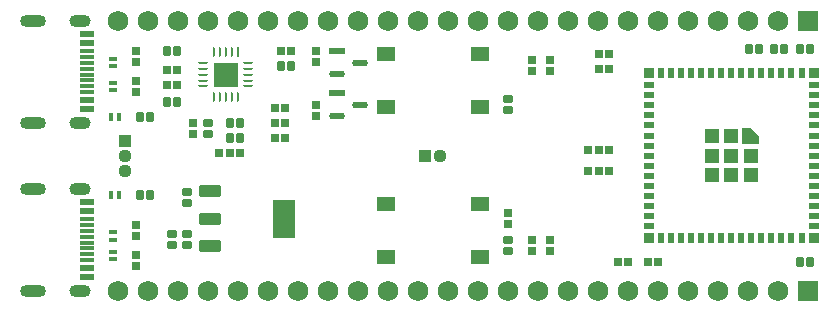
<source format=gts>
G04*
G04 #@! TF.GenerationSoftware,Altium Limited,Altium Designer,24.5.2 (23)*
G04*
G04 Layer_Color=8388736*
%FSLAX25Y25*%
%MOIN*%
G70*
G04*
G04 #@! TF.SameCoordinates,24FF50D2-DFE2-4597-A0F4-7CAA859AE4CF*
G04*
G04*
G04 #@! TF.FilePolarity,Negative*
G04*
G01*
G75*
%ADD20R,0.04528X0.01181*%
%ADD21R,0.04528X0.02362*%
%ADD23R,0.05343X0.02253*%
G04:AMPARAMS|DCode=24|XSize=53.43mil|YSize=22.53mil|CornerRadius=11.26mil|HoleSize=0mil|Usage=FLASHONLY|Rotation=0.000|XOffset=0mil|YOffset=0mil|HoleType=Round|Shape=RoundedRectangle|*
%AMROUNDEDRECTD24*
21,1,0.05343,0.00000,0,0,0.0*
21,1,0.03091,0.02253,0,0,0.0*
1,1,0.02253,0.01545,0.00000*
1,1,0.02253,-0.01545,0.00000*
1,1,0.02253,-0.01545,0.00000*
1,1,0.02253,0.01545,0.00000*
%
%ADD24ROUNDEDRECTD24*%
G04:AMPARAMS|DCode=29|XSize=9.55mil|YSize=33.06mil|CornerRadius=4.77mil|HoleSize=0mil|Usage=FLASHONLY|Rotation=270.000|XOffset=0mil|YOffset=0mil|HoleType=Round|Shape=RoundedRectangle|*
%AMROUNDEDRECTD29*
21,1,0.00955,0.02351,0,0,270.0*
21,1,0.00000,0.03306,0,0,270.0*
1,1,0.00955,-0.01176,0.00000*
1,1,0.00955,-0.01176,0.00000*
1,1,0.00955,0.01176,0.00000*
1,1,0.00955,0.01176,0.00000*
%
%ADD29ROUNDEDRECTD29*%
G04:AMPARAMS|DCode=30|XSize=33.06mil|YSize=9.55mil|CornerRadius=4.77mil|HoleSize=0mil|Usage=FLASHONLY|Rotation=270.000|XOffset=0mil|YOffset=0mil|HoleType=Round|Shape=RoundedRectangle|*
%AMROUNDEDRECTD30*
21,1,0.03306,0.00000,0,0,270.0*
21,1,0.02351,0.00955,0,0,270.0*
1,1,0.00955,0.00000,-0.01176*
1,1,0.00955,0.00000,0.01176*
1,1,0.00955,0.00000,0.01176*
1,1,0.00955,0.00000,-0.01176*
%
%ADD30ROUNDEDRECTD30*%
%ADD31R,0.00955X0.03306*%
%ADD32R,0.06102X0.05118*%
G04:AMPARAMS|DCode=37|XSize=27.62mil|YSize=30.38mil|CornerRadius=4.95mil|HoleSize=0mil|Usage=FLASHONLY|Rotation=0.000|XOffset=0mil|YOffset=0mil|HoleType=Round|Shape=RoundedRectangle|*
%AMROUNDEDRECTD37*
21,1,0.02762,0.02047,0,0,0.0*
21,1,0.01772,0.03038,0,0,0.0*
1,1,0.00991,0.00886,-0.01024*
1,1,0.00991,-0.00886,-0.01024*
1,1,0.00991,-0.00886,0.01024*
1,1,0.00991,0.00886,0.01024*
%
%ADD37ROUNDEDRECTD37*%
%ADD38R,0.02762X0.02526*%
%ADD39R,0.03156X0.02762*%
%ADD40R,0.02526X0.02762*%
G04:AMPARAMS|DCode=41|XSize=27.62mil|YSize=30.38mil|CornerRadius=4.95mil|HoleSize=0mil|Usage=FLASHONLY|Rotation=270.000|XOffset=0mil|YOffset=0mil|HoleType=Round|Shape=RoundedRectangle|*
%AMROUNDEDRECTD41*
21,1,0.02762,0.02047,0,0,270.0*
21,1,0.01772,0.03038,0,0,270.0*
1,1,0.00991,-0.01024,-0.00886*
1,1,0.00991,-0.01024,0.00886*
1,1,0.00991,0.01024,0.00886*
1,1,0.00991,0.01024,-0.00886*
%
%ADD41ROUNDEDRECTD41*%
%ADD42R,0.01778X0.02762*%
%ADD43R,0.02762X0.01778*%
G04:AMPARAMS|DCode=44|XSize=129.98mil|YSize=72.9mil|CornerRadius=4.07mil|HoleSize=0mil|Usage=FLASHONLY|Rotation=90.000|XOffset=0mil|YOffset=0mil|HoleType=Round|Shape=RoundedRectangle|*
%AMROUNDEDRECTD44*
21,1,0.12998,0.06476,0,0,90.0*
21,1,0.12185,0.07290,0,0,90.0*
1,1,0.00813,0.03238,0.06093*
1,1,0.00813,0.03238,-0.06093*
1,1,0.00813,-0.03238,-0.06093*
1,1,0.00813,-0.03238,0.06093*
%
%ADD44ROUNDEDRECTD44*%
G04:AMPARAMS|DCode=45|XSize=39.43mil|YSize=72.9mil|CornerRadius=3.95mil|HoleSize=0mil|Usage=FLASHONLY|Rotation=90.000|XOffset=0mil|YOffset=0mil|HoleType=Round|Shape=RoundedRectangle|*
%AMROUNDEDRECTD45*
21,1,0.03943,0.06500,0,0,90.0*
21,1,0.03154,0.07290,0,0,90.0*
1,1,0.00790,0.03250,0.01577*
1,1,0.00790,0.03250,-0.01577*
1,1,0.00790,-0.03250,-0.01577*
1,1,0.00790,-0.03250,0.01577*
%
%ADD45ROUNDEDRECTD45*%
%ADD46R,0.08071X0.08071*%
%ADD47R,0.05124X0.05124*%
%ADD48R,0.03550X0.01975*%
%ADD49R,0.01975X0.03550*%
%ADD50R,0.03550X0.03550*%
G04:AMPARAMS|DCode=51|XSize=39.37mil|YSize=70.87mil|CornerRadius=19.68mil|HoleSize=0mil|Usage=FLASHONLY|Rotation=270.000|XOffset=0mil|YOffset=0mil|HoleType=Round|Shape=RoundedRectangle|*
%AMROUNDEDRECTD51*
21,1,0.03937,0.03150,0,0,270.0*
21,1,0.00000,0.07087,0,0,270.0*
1,1,0.03937,-0.01575,0.00000*
1,1,0.03937,-0.01575,0.00000*
1,1,0.03937,0.01575,0.00000*
1,1,0.03937,0.01575,0.00000*
%
%ADD51ROUNDEDRECTD51*%
G04:AMPARAMS|DCode=52|XSize=39.37mil|YSize=86.61mil|CornerRadius=19.68mil|HoleSize=0mil|Usage=FLASHONLY|Rotation=270.000|XOffset=0mil|YOffset=0mil|HoleType=Round|Shape=RoundedRectangle|*
%AMROUNDEDRECTD52*
21,1,0.03937,0.04724,0,0,270.0*
21,1,0.00000,0.08661,0,0,270.0*
1,1,0.03937,-0.02362,0.00000*
1,1,0.03937,-0.02362,0.00000*
1,1,0.03937,0.02362,0.00000*
1,1,0.03937,0.02362,0.00000*
%
%ADD52ROUNDEDRECTD52*%
%ADD53R,0.06800X0.06800*%
%ADD54C,0.06800*%
%ADD55C,0.04400*%
%ADD56R,0.04400X0.04400*%
%ADD57R,0.04400X0.04400*%
G36*
X243244Y53740D02*
Y59252D01*
X246197D01*
X248756Y56693D01*
Y53740D01*
X243244D01*
D02*
G37*
D20*
X24764Y84882D02*
D03*
Y82913D02*
D03*
Y80945D02*
D03*
Y78976D02*
D03*
Y77008D02*
D03*
Y75039D02*
D03*
Y73071D02*
D03*
Y71102D02*
D03*
Y15118D02*
D03*
Y17087D02*
D03*
Y19055D02*
D03*
Y21024D02*
D03*
Y22992D02*
D03*
Y24961D02*
D03*
Y26929D02*
D03*
Y28898D02*
D03*
D21*
Y68543D02*
D03*
Y87441D02*
D03*
Y90591D02*
D03*
Y65394D02*
D03*
Y9409D02*
D03*
Y34606D02*
D03*
Y31457D02*
D03*
Y12559D02*
D03*
D23*
X108258Y84740D02*
D03*
Y70740D02*
D03*
D24*
Y77260D02*
D03*
X115742Y81000D02*
D03*
X108258Y63260D02*
D03*
X115742Y67000D02*
D03*
D29*
X78541Y80937D02*
D03*
Y78969D02*
D03*
Y77000D02*
D03*
Y75032D02*
D03*
Y73063D02*
D03*
X63459D02*
D03*
Y75032D02*
D03*
Y77000D02*
D03*
Y78969D02*
D03*
Y80937D02*
D03*
D30*
X74937Y69459D02*
D03*
X72969D02*
D03*
X71000D02*
D03*
X69032D02*
D03*
X67063D02*
D03*
Y84541D02*
D03*
X69032D02*
D03*
X71000D02*
D03*
X72969D02*
D03*
D31*
X74937D02*
D03*
D32*
X155650Y16142D02*
D03*
X124350D02*
D03*
X155650Y33858D02*
D03*
X124350D02*
D03*
X155650Y66142D02*
D03*
X124350D02*
D03*
X155650Y83858D02*
D03*
X124350D02*
D03*
D37*
X42279Y37000D02*
D03*
X45720D02*
D03*
X265721Y85500D02*
D03*
X262280D02*
D03*
X42279Y63000D02*
D03*
X45720D02*
D03*
X72280Y56000D02*
D03*
X75721D02*
D03*
X72280Y61000D02*
D03*
X75721D02*
D03*
X262280Y14500D02*
D03*
X265721D02*
D03*
X92721Y80000D02*
D03*
X89280D02*
D03*
X51279Y68000D02*
D03*
X54720D02*
D03*
Y85000D02*
D03*
X51279D02*
D03*
X248721Y85500D02*
D03*
X245280D02*
D03*
X253780D02*
D03*
X257221D02*
D03*
D38*
X179000Y21701D02*
D03*
Y18299D02*
D03*
X101000Y84701D02*
D03*
Y81299D02*
D03*
Y63299D02*
D03*
Y66701D02*
D03*
X41000Y13299D02*
D03*
Y16701D02*
D03*
Y26701D02*
D03*
Y23299D02*
D03*
X179000Y81701D02*
D03*
Y78299D02*
D03*
X60000Y57299D02*
D03*
Y60701D02*
D03*
X41000Y81299D02*
D03*
Y84701D02*
D03*
Y74701D02*
D03*
Y71299D02*
D03*
X165000Y27299D02*
D03*
Y30701D02*
D03*
D39*
X173000Y21870D02*
D03*
Y18130D02*
D03*
Y78130D02*
D03*
Y81870D02*
D03*
D40*
X211799Y14500D02*
D03*
X215201D02*
D03*
X201799D02*
D03*
X205201D02*
D03*
X68898Y51000D02*
D03*
X72299D02*
D03*
X75701D02*
D03*
X72299D02*
D03*
X92701Y85000D02*
D03*
X89299D02*
D03*
X51299Y73500D02*
D03*
X54701D02*
D03*
X51299Y78500D02*
D03*
X54701D02*
D03*
X87299Y56000D02*
D03*
X90701D02*
D03*
Y66000D02*
D03*
X87299D02*
D03*
X90701Y61000D02*
D03*
X87299D02*
D03*
X195299Y84000D02*
D03*
X198701D02*
D03*
X195299Y79000D02*
D03*
X198701D02*
D03*
X191898Y51800D02*
D03*
X195299D02*
D03*
X191898Y44800D02*
D03*
X195299D02*
D03*
X198701Y51800D02*
D03*
X195299D02*
D03*
X198701Y44800D02*
D03*
X195299D02*
D03*
D41*
X65000Y60720D02*
D03*
Y57279D02*
D03*
X58000Y34280D02*
D03*
Y37721D02*
D03*
Y20279D02*
D03*
Y23720D02*
D03*
X53000D02*
D03*
Y20279D02*
D03*
X165000Y18280D02*
D03*
Y21721D02*
D03*
Y68721D02*
D03*
Y65280D02*
D03*
D42*
X35280Y37000D02*
D03*
X32721D02*
D03*
Y63000D02*
D03*
X35280D02*
D03*
D43*
X33500Y18000D02*
D03*
Y15441D02*
D03*
Y22000D02*
D03*
Y24559D02*
D03*
Y71720D02*
D03*
Y74279D02*
D03*
Y82279D02*
D03*
Y79720D02*
D03*
D44*
X90303Y29000D02*
D03*
D45*
X65697Y19945D02*
D03*
Y29000D02*
D03*
Y38055D02*
D03*
D46*
X71000Y77000D02*
D03*
D47*
X239504Y56496D02*
D03*
X233008D02*
D03*
Y50000D02*
D03*
Y43504D02*
D03*
X239504D02*
D03*
X246000D02*
D03*
X239504Y50000D02*
D03*
X246000D02*
D03*
D48*
X267063Y73425D02*
D03*
Y70079D02*
D03*
Y66732D02*
D03*
Y63386D02*
D03*
Y60039D02*
D03*
Y56693D02*
D03*
Y53347D02*
D03*
Y50000D02*
D03*
Y46654D02*
D03*
Y43307D02*
D03*
Y39961D02*
D03*
Y36614D02*
D03*
Y33268D02*
D03*
Y29921D02*
D03*
Y26575D02*
D03*
X211945D02*
D03*
Y29921D02*
D03*
Y33268D02*
D03*
Y36614D02*
D03*
Y39961D02*
D03*
Y43307D02*
D03*
Y46654D02*
D03*
Y50000D02*
D03*
Y53347D02*
D03*
Y56693D02*
D03*
Y60039D02*
D03*
Y63386D02*
D03*
Y66732D02*
D03*
Y70079D02*
D03*
Y73425D02*
D03*
D49*
X262929Y22441D02*
D03*
X259583D02*
D03*
X256236D02*
D03*
X252890D02*
D03*
X249543D02*
D03*
X246197D02*
D03*
X242850D02*
D03*
X239504D02*
D03*
X236157D02*
D03*
X232811D02*
D03*
X229465D02*
D03*
X226118D02*
D03*
X222772D02*
D03*
X219425D02*
D03*
X216079D02*
D03*
Y77559D02*
D03*
X219425D02*
D03*
X222772D02*
D03*
X226118D02*
D03*
X229465D02*
D03*
X232811D02*
D03*
X236157D02*
D03*
X239504D02*
D03*
X242850D02*
D03*
X246197D02*
D03*
X249543D02*
D03*
X252890D02*
D03*
X256236D02*
D03*
X259583D02*
D03*
X262929D02*
D03*
D50*
X211945Y22441D02*
D03*
X267063D02*
D03*
X211945Y77559D02*
D03*
X267063D02*
D03*
D51*
X22500Y60984D02*
D03*
Y95000D02*
D03*
Y39016D02*
D03*
Y5000D02*
D03*
D52*
X6752Y60984D02*
D03*
Y95000D02*
D03*
Y39016D02*
D03*
Y5000D02*
D03*
D53*
X265000D02*
D03*
Y95000D02*
D03*
D54*
X255000Y5000D02*
D03*
X245000D02*
D03*
X235000D02*
D03*
X225000D02*
D03*
X215000D02*
D03*
X205000D02*
D03*
X195000D02*
D03*
X185000D02*
D03*
X175000D02*
D03*
X165000D02*
D03*
X155000D02*
D03*
X145000D02*
D03*
X135000D02*
D03*
X125000D02*
D03*
X115000D02*
D03*
X105000D02*
D03*
X95000D02*
D03*
X85000D02*
D03*
X75000D02*
D03*
X65000D02*
D03*
X55000D02*
D03*
X45000D02*
D03*
X35000D02*
D03*
X255000Y95000D02*
D03*
X245000D02*
D03*
X235000D02*
D03*
X225000D02*
D03*
X215000D02*
D03*
X205000D02*
D03*
X195000D02*
D03*
X185000D02*
D03*
X175000D02*
D03*
X165000D02*
D03*
X155000D02*
D03*
X145000D02*
D03*
X135000D02*
D03*
X125000D02*
D03*
X115000D02*
D03*
X105000D02*
D03*
X95000D02*
D03*
X85000D02*
D03*
X75000D02*
D03*
X65000D02*
D03*
X55000D02*
D03*
X45000D02*
D03*
X35000D02*
D03*
D55*
X37500Y50000D02*
D03*
Y45000D02*
D03*
X142500Y50000D02*
D03*
D56*
X37500Y55000D02*
D03*
D57*
X137500Y50000D02*
D03*
M02*

</source>
